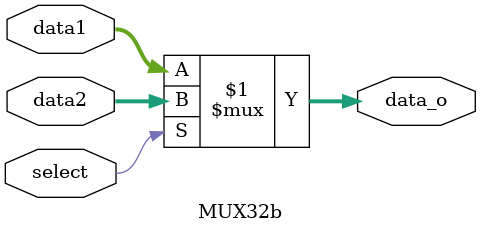
<source format=v>
module MUX32b(
    input [31:0] data1,
    input [31:0] data2,
    input select,
    output [31:0] data_o
);

assign data_o = select?data2:data1;
// assign data_o = data1;

endmodule
</source>
